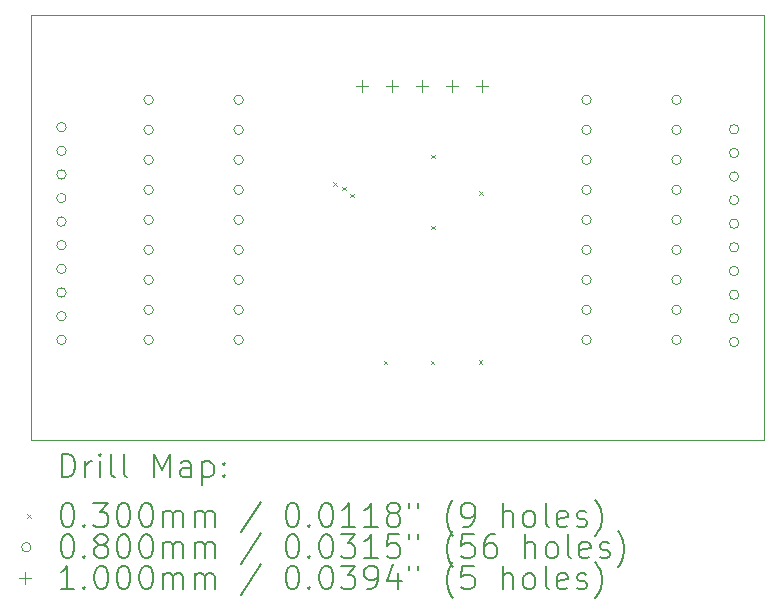
<source format=gbr>
%TF.GenerationSoftware,KiCad,Pcbnew,8.0.4*%
%TF.CreationDate,2024-10-03T18:09:18-05:00*%
%TF.ProjectId,Haptics PWM module,48617074-6963-4732-9050-574d206d6f64,rev?*%
%TF.SameCoordinates,Original*%
%TF.FileFunction,Drillmap*%
%TF.FilePolarity,Positive*%
%FSLAX45Y45*%
G04 Gerber Fmt 4.5, Leading zero omitted, Abs format (unit mm)*
G04 Created by KiCad (PCBNEW 8.0.4) date 2024-10-03 18:09:18*
%MOMM*%
%LPD*%
G01*
G04 APERTURE LIST*
%ADD10C,0.050000*%
%ADD11C,0.200000*%
%ADD12C,0.100000*%
G04 APERTURE END LIST*
D10*
X7000000Y-5300000D02*
X13200000Y-5300000D01*
X13200000Y-8900000D01*
X7000000Y-8900000D01*
X7000000Y-5300000D01*
D11*
D12*
X9555000Y-6715000D02*
X9585000Y-6745000D01*
X9585000Y-6715000D02*
X9555000Y-6745000D01*
X9630783Y-6755000D02*
X9660783Y-6785000D01*
X9660783Y-6755000D02*
X9630783Y-6785000D01*
X9700782Y-6815000D02*
X9730782Y-6845000D01*
X9730782Y-6815000D02*
X9700782Y-6845000D01*
X9985000Y-8227143D02*
X10015000Y-8257143D01*
X10015000Y-8227143D02*
X9985000Y-8257143D01*
X10382159Y-8227143D02*
X10412159Y-8257143D01*
X10412159Y-8227143D02*
X10382159Y-8257143D01*
X10385000Y-6485000D02*
X10415000Y-6515000D01*
X10415000Y-6485000D02*
X10385000Y-6515000D01*
X10385000Y-7085000D02*
X10415000Y-7115000D01*
X10415000Y-7085000D02*
X10385000Y-7115000D01*
X10786914Y-8223888D02*
X10816914Y-8253888D01*
X10816914Y-8223888D02*
X10786914Y-8253888D01*
X10790551Y-6790551D02*
X10820551Y-6820551D01*
X10820551Y-6790551D02*
X10790551Y-6820551D01*
X7295000Y-6250000D02*
G75*
G02*
X7215000Y-6250000I-40000J0D01*
G01*
X7215000Y-6250000D02*
G75*
G02*
X7295000Y-6250000I40000J0D01*
G01*
X7295000Y-6450000D02*
G75*
G02*
X7215000Y-6450000I-40000J0D01*
G01*
X7215000Y-6450000D02*
G75*
G02*
X7295000Y-6450000I40000J0D01*
G01*
X7295000Y-6650000D02*
G75*
G02*
X7215000Y-6650000I-40000J0D01*
G01*
X7215000Y-6650000D02*
G75*
G02*
X7295000Y-6650000I40000J0D01*
G01*
X7295000Y-6850000D02*
G75*
G02*
X7215000Y-6850000I-40000J0D01*
G01*
X7215000Y-6850000D02*
G75*
G02*
X7295000Y-6850000I40000J0D01*
G01*
X7295000Y-7050000D02*
G75*
G02*
X7215000Y-7050000I-40000J0D01*
G01*
X7215000Y-7050000D02*
G75*
G02*
X7295000Y-7050000I40000J0D01*
G01*
X7295000Y-7250000D02*
G75*
G02*
X7215000Y-7250000I-40000J0D01*
G01*
X7215000Y-7250000D02*
G75*
G02*
X7295000Y-7250000I40000J0D01*
G01*
X7295000Y-7450000D02*
G75*
G02*
X7215000Y-7450000I-40000J0D01*
G01*
X7215000Y-7450000D02*
G75*
G02*
X7295000Y-7450000I40000J0D01*
G01*
X7295000Y-7650000D02*
G75*
G02*
X7215000Y-7650000I-40000J0D01*
G01*
X7215000Y-7650000D02*
G75*
G02*
X7295000Y-7650000I40000J0D01*
G01*
X7295000Y-7850000D02*
G75*
G02*
X7215000Y-7850000I-40000J0D01*
G01*
X7215000Y-7850000D02*
G75*
G02*
X7295000Y-7850000I40000J0D01*
G01*
X7295000Y-8050000D02*
G75*
G02*
X7215000Y-8050000I-40000J0D01*
G01*
X7215000Y-8050000D02*
G75*
G02*
X7295000Y-8050000I40000J0D01*
G01*
X8033000Y-6018000D02*
G75*
G02*
X7953000Y-6018000I-40000J0D01*
G01*
X7953000Y-6018000D02*
G75*
G02*
X8033000Y-6018000I40000J0D01*
G01*
X8033000Y-6272000D02*
G75*
G02*
X7953000Y-6272000I-40000J0D01*
G01*
X7953000Y-6272000D02*
G75*
G02*
X8033000Y-6272000I40000J0D01*
G01*
X8033000Y-6526000D02*
G75*
G02*
X7953000Y-6526000I-40000J0D01*
G01*
X7953000Y-6526000D02*
G75*
G02*
X8033000Y-6526000I40000J0D01*
G01*
X8033000Y-6780000D02*
G75*
G02*
X7953000Y-6780000I-40000J0D01*
G01*
X7953000Y-6780000D02*
G75*
G02*
X8033000Y-6780000I40000J0D01*
G01*
X8033000Y-7034000D02*
G75*
G02*
X7953000Y-7034000I-40000J0D01*
G01*
X7953000Y-7034000D02*
G75*
G02*
X8033000Y-7034000I40000J0D01*
G01*
X8033000Y-7288000D02*
G75*
G02*
X7953000Y-7288000I-40000J0D01*
G01*
X7953000Y-7288000D02*
G75*
G02*
X8033000Y-7288000I40000J0D01*
G01*
X8033000Y-7542000D02*
G75*
G02*
X7953000Y-7542000I-40000J0D01*
G01*
X7953000Y-7542000D02*
G75*
G02*
X8033000Y-7542000I40000J0D01*
G01*
X8033000Y-7796000D02*
G75*
G02*
X7953000Y-7796000I-40000J0D01*
G01*
X7953000Y-7796000D02*
G75*
G02*
X8033000Y-7796000I40000J0D01*
G01*
X8033000Y-8050000D02*
G75*
G02*
X7953000Y-8050000I-40000J0D01*
G01*
X7953000Y-8050000D02*
G75*
G02*
X8033000Y-8050000I40000J0D01*
G01*
X8795000Y-6018000D02*
G75*
G02*
X8715000Y-6018000I-40000J0D01*
G01*
X8715000Y-6018000D02*
G75*
G02*
X8795000Y-6018000I40000J0D01*
G01*
X8795000Y-6272000D02*
G75*
G02*
X8715000Y-6272000I-40000J0D01*
G01*
X8715000Y-6272000D02*
G75*
G02*
X8795000Y-6272000I40000J0D01*
G01*
X8795000Y-6526000D02*
G75*
G02*
X8715000Y-6526000I-40000J0D01*
G01*
X8715000Y-6526000D02*
G75*
G02*
X8795000Y-6526000I40000J0D01*
G01*
X8795000Y-6780000D02*
G75*
G02*
X8715000Y-6780000I-40000J0D01*
G01*
X8715000Y-6780000D02*
G75*
G02*
X8795000Y-6780000I40000J0D01*
G01*
X8795000Y-7034000D02*
G75*
G02*
X8715000Y-7034000I-40000J0D01*
G01*
X8715000Y-7034000D02*
G75*
G02*
X8795000Y-7034000I40000J0D01*
G01*
X8795000Y-7288000D02*
G75*
G02*
X8715000Y-7288000I-40000J0D01*
G01*
X8715000Y-7288000D02*
G75*
G02*
X8795000Y-7288000I40000J0D01*
G01*
X8795000Y-7542000D02*
G75*
G02*
X8715000Y-7542000I-40000J0D01*
G01*
X8715000Y-7542000D02*
G75*
G02*
X8795000Y-7542000I40000J0D01*
G01*
X8795000Y-7796000D02*
G75*
G02*
X8715000Y-7796000I-40000J0D01*
G01*
X8715000Y-7796000D02*
G75*
G02*
X8795000Y-7796000I40000J0D01*
G01*
X8795000Y-8050000D02*
G75*
G02*
X8715000Y-8050000I-40000J0D01*
G01*
X8715000Y-8050000D02*
G75*
G02*
X8795000Y-8050000I40000J0D01*
G01*
X11740000Y-6018000D02*
G75*
G02*
X11660000Y-6018000I-40000J0D01*
G01*
X11660000Y-6018000D02*
G75*
G02*
X11740000Y-6018000I40000J0D01*
G01*
X11740000Y-6272000D02*
G75*
G02*
X11660000Y-6272000I-40000J0D01*
G01*
X11660000Y-6272000D02*
G75*
G02*
X11740000Y-6272000I40000J0D01*
G01*
X11740000Y-6526000D02*
G75*
G02*
X11660000Y-6526000I-40000J0D01*
G01*
X11660000Y-6526000D02*
G75*
G02*
X11740000Y-6526000I40000J0D01*
G01*
X11740000Y-6780000D02*
G75*
G02*
X11660000Y-6780000I-40000J0D01*
G01*
X11660000Y-6780000D02*
G75*
G02*
X11740000Y-6780000I40000J0D01*
G01*
X11740000Y-7034000D02*
G75*
G02*
X11660000Y-7034000I-40000J0D01*
G01*
X11660000Y-7034000D02*
G75*
G02*
X11740000Y-7034000I40000J0D01*
G01*
X11740000Y-7288000D02*
G75*
G02*
X11660000Y-7288000I-40000J0D01*
G01*
X11660000Y-7288000D02*
G75*
G02*
X11740000Y-7288000I40000J0D01*
G01*
X11740000Y-7542000D02*
G75*
G02*
X11660000Y-7542000I-40000J0D01*
G01*
X11660000Y-7542000D02*
G75*
G02*
X11740000Y-7542000I40000J0D01*
G01*
X11740000Y-7796000D02*
G75*
G02*
X11660000Y-7796000I-40000J0D01*
G01*
X11660000Y-7796000D02*
G75*
G02*
X11740000Y-7796000I40000J0D01*
G01*
X11740000Y-8050000D02*
G75*
G02*
X11660000Y-8050000I-40000J0D01*
G01*
X11660000Y-8050000D02*
G75*
G02*
X11740000Y-8050000I40000J0D01*
G01*
X12502000Y-6018000D02*
G75*
G02*
X12422000Y-6018000I-40000J0D01*
G01*
X12422000Y-6018000D02*
G75*
G02*
X12502000Y-6018000I40000J0D01*
G01*
X12502000Y-6272000D02*
G75*
G02*
X12422000Y-6272000I-40000J0D01*
G01*
X12422000Y-6272000D02*
G75*
G02*
X12502000Y-6272000I40000J0D01*
G01*
X12502000Y-6526000D02*
G75*
G02*
X12422000Y-6526000I-40000J0D01*
G01*
X12422000Y-6526000D02*
G75*
G02*
X12502000Y-6526000I40000J0D01*
G01*
X12502000Y-6780000D02*
G75*
G02*
X12422000Y-6780000I-40000J0D01*
G01*
X12422000Y-6780000D02*
G75*
G02*
X12502000Y-6780000I40000J0D01*
G01*
X12502000Y-7034000D02*
G75*
G02*
X12422000Y-7034000I-40000J0D01*
G01*
X12422000Y-7034000D02*
G75*
G02*
X12502000Y-7034000I40000J0D01*
G01*
X12502000Y-7288000D02*
G75*
G02*
X12422000Y-7288000I-40000J0D01*
G01*
X12422000Y-7288000D02*
G75*
G02*
X12502000Y-7288000I40000J0D01*
G01*
X12502000Y-7542000D02*
G75*
G02*
X12422000Y-7542000I-40000J0D01*
G01*
X12422000Y-7542000D02*
G75*
G02*
X12502000Y-7542000I40000J0D01*
G01*
X12502000Y-7796000D02*
G75*
G02*
X12422000Y-7796000I-40000J0D01*
G01*
X12422000Y-7796000D02*
G75*
G02*
X12502000Y-7796000I40000J0D01*
G01*
X12502000Y-8050000D02*
G75*
G02*
X12422000Y-8050000I-40000J0D01*
G01*
X12422000Y-8050000D02*
G75*
G02*
X12502000Y-8050000I40000J0D01*
G01*
X12990000Y-6268000D02*
G75*
G02*
X12910000Y-6268000I-40000J0D01*
G01*
X12910000Y-6268000D02*
G75*
G02*
X12990000Y-6268000I40000J0D01*
G01*
X12990000Y-6468000D02*
G75*
G02*
X12910000Y-6468000I-40000J0D01*
G01*
X12910000Y-6468000D02*
G75*
G02*
X12990000Y-6468000I40000J0D01*
G01*
X12990000Y-6668000D02*
G75*
G02*
X12910000Y-6668000I-40000J0D01*
G01*
X12910000Y-6668000D02*
G75*
G02*
X12990000Y-6668000I40000J0D01*
G01*
X12990000Y-6868000D02*
G75*
G02*
X12910000Y-6868000I-40000J0D01*
G01*
X12910000Y-6868000D02*
G75*
G02*
X12990000Y-6868000I40000J0D01*
G01*
X12990000Y-7068000D02*
G75*
G02*
X12910000Y-7068000I-40000J0D01*
G01*
X12910000Y-7068000D02*
G75*
G02*
X12990000Y-7068000I40000J0D01*
G01*
X12990000Y-7268000D02*
G75*
G02*
X12910000Y-7268000I-40000J0D01*
G01*
X12910000Y-7268000D02*
G75*
G02*
X12990000Y-7268000I40000J0D01*
G01*
X12990000Y-7468000D02*
G75*
G02*
X12910000Y-7468000I-40000J0D01*
G01*
X12910000Y-7468000D02*
G75*
G02*
X12990000Y-7468000I40000J0D01*
G01*
X12990000Y-7668000D02*
G75*
G02*
X12910000Y-7668000I-40000J0D01*
G01*
X12910000Y-7668000D02*
G75*
G02*
X12990000Y-7668000I40000J0D01*
G01*
X12990000Y-7868000D02*
G75*
G02*
X12910000Y-7868000I-40000J0D01*
G01*
X12910000Y-7868000D02*
G75*
G02*
X12990000Y-7868000I40000J0D01*
G01*
X12990000Y-8068000D02*
G75*
G02*
X12910000Y-8068000I-40000J0D01*
G01*
X12910000Y-8068000D02*
G75*
G02*
X12990000Y-8068000I40000J0D01*
G01*
X9800000Y-5850000D02*
X9800000Y-5950000D01*
X9750000Y-5900000D02*
X9850000Y-5900000D01*
X10054000Y-5850000D02*
X10054000Y-5950000D01*
X10004000Y-5900000D02*
X10104000Y-5900000D01*
X10308000Y-5850000D02*
X10308000Y-5950000D01*
X10258000Y-5900000D02*
X10358000Y-5900000D01*
X10562000Y-5850000D02*
X10562000Y-5950000D01*
X10512000Y-5900000D02*
X10612000Y-5900000D01*
X10816000Y-5850000D02*
X10816000Y-5950000D01*
X10766000Y-5900000D02*
X10866000Y-5900000D01*
D11*
X7258277Y-9213984D02*
X7258277Y-9013984D01*
X7258277Y-9013984D02*
X7305896Y-9013984D01*
X7305896Y-9013984D02*
X7334467Y-9023508D01*
X7334467Y-9023508D02*
X7353515Y-9042555D01*
X7353515Y-9042555D02*
X7363039Y-9061603D01*
X7363039Y-9061603D02*
X7372562Y-9099698D01*
X7372562Y-9099698D02*
X7372562Y-9128270D01*
X7372562Y-9128270D02*
X7363039Y-9166365D01*
X7363039Y-9166365D02*
X7353515Y-9185412D01*
X7353515Y-9185412D02*
X7334467Y-9204460D01*
X7334467Y-9204460D02*
X7305896Y-9213984D01*
X7305896Y-9213984D02*
X7258277Y-9213984D01*
X7458277Y-9213984D02*
X7458277Y-9080650D01*
X7458277Y-9118746D02*
X7467801Y-9099698D01*
X7467801Y-9099698D02*
X7477324Y-9090174D01*
X7477324Y-9090174D02*
X7496372Y-9080650D01*
X7496372Y-9080650D02*
X7515420Y-9080650D01*
X7582086Y-9213984D02*
X7582086Y-9080650D01*
X7582086Y-9013984D02*
X7572562Y-9023508D01*
X7572562Y-9023508D02*
X7582086Y-9033031D01*
X7582086Y-9033031D02*
X7591610Y-9023508D01*
X7591610Y-9023508D02*
X7582086Y-9013984D01*
X7582086Y-9013984D02*
X7582086Y-9033031D01*
X7705896Y-9213984D02*
X7686848Y-9204460D01*
X7686848Y-9204460D02*
X7677324Y-9185412D01*
X7677324Y-9185412D02*
X7677324Y-9013984D01*
X7810658Y-9213984D02*
X7791610Y-9204460D01*
X7791610Y-9204460D02*
X7782086Y-9185412D01*
X7782086Y-9185412D02*
X7782086Y-9013984D01*
X8039229Y-9213984D02*
X8039229Y-9013984D01*
X8039229Y-9013984D02*
X8105896Y-9156841D01*
X8105896Y-9156841D02*
X8172562Y-9013984D01*
X8172562Y-9013984D02*
X8172562Y-9213984D01*
X8353515Y-9213984D02*
X8353515Y-9109222D01*
X8353515Y-9109222D02*
X8343991Y-9090174D01*
X8343991Y-9090174D02*
X8324943Y-9080650D01*
X8324943Y-9080650D02*
X8286848Y-9080650D01*
X8286848Y-9080650D02*
X8267801Y-9090174D01*
X8353515Y-9204460D02*
X8334467Y-9213984D01*
X8334467Y-9213984D02*
X8286848Y-9213984D01*
X8286848Y-9213984D02*
X8267801Y-9204460D01*
X8267801Y-9204460D02*
X8258277Y-9185412D01*
X8258277Y-9185412D02*
X8258277Y-9166365D01*
X8258277Y-9166365D02*
X8267801Y-9147317D01*
X8267801Y-9147317D02*
X8286848Y-9137793D01*
X8286848Y-9137793D02*
X8334467Y-9137793D01*
X8334467Y-9137793D02*
X8353515Y-9128270D01*
X8448753Y-9080650D02*
X8448753Y-9280650D01*
X8448753Y-9090174D02*
X8467801Y-9080650D01*
X8467801Y-9080650D02*
X8505896Y-9080650D01*
X8505896Y-9080650D02*
X8524944Y-9090174D01*
X8524944Y-9090174D02*
X8534467Y-9099698D01*
X8534467Y-9099698D02*
X8543991Y-9118746D01*
X8543991Y-9118746D02*
X8543991Y-9175889D01*
X8543991Y-9175889D02*
X8534467Y-9194936D01*
X8534467Y-9194936D02*
X8524944Y-9204460D01*
X8524944Y-9204460D02*
X8505896Y-9213984D01*
X8505896Y-9213984D02*
X8467801Y-9213984D01*
X8467801Y-9213984D02*
X8448753Y-9204460D01*
X8629705Y-9194936D02*
X8639229Y-9204460D01*
X8639229Y-9204460D02*
X8629705Y-9213984D01*
X8629705Y-9213984D02*
X8620182Y-9204460D01*
X8620182Y-9204460D02*
X8629705Y-9194936D01*
X8629705Y-9194936D02*
X8629705Y-9213984D01*
X8629705Y-9090174D02*
X8639229Y-9099698D01*
X8639229Y-9099698D02*
X8629705Y-9109222D01*
X8629705Y-9109222D02*
X8620182Y-9099698D01*
X8620182Y-9099698D02*
X8629705Y-9090174D01*
X8629705Y-9090174D02*
X8629705Y-9109222D01*
D12*
X6967500Y-9527500D02*
X6997500Y-9557500D01*
X6997500Y-9527500D02*
X6967500Y-9557500D01*
D11*
X7296372Y-9433984D02*
X7315420Y-9433984D01*
X7315420Y-9433984D02*
X7334467Y-9443508D01*
X7334467Y-9443508D02*
X7343991Y-9453031D01*
X7343991Y-9453031D02*
X7353515Y-9472079D01*
X7353515Y-9472079D02*
X7363039Y-9510174D01*
X7363039Y-9510174D02*
X7363039Y-9557793D01*
X7363039Y-9557793D02*
X7353515Y-9595889D01*
X7353515Y-9595889D02*
X7343991Y-9614936D01*
X7343991Y-9614936D02*
X7334467Y-9624460D01*
X7334467Y-9624460D02*
X7315420Y-9633984D01*
X7315420Y-9633984D02*
X7296372Y-9633984D01*
X7296372Y-9633984D02*
X7277324Y-9624460D01*
X7277324Y-9624460D02*
X7267801Y-9614936D01*
X7267801Y-9614936D02*
X7258277Y-9595889D01*
X7258277Y-9595889D02*
X7248753Y-9557793D01*
X7248753Y-9557793D02*
X7248753Y-9510174D01*
X7248753Y-9510174D02*
X7258277Y-9472079D01*
X7258277Y-9472079D02*
X7267801Y-9453031D01*
X7267801Y-9453031D02*
X7277324Y-9443508D01*
X7277324Y-9443508D02*
X7296372Y-9433984D01*
X7448753Y-9614936D02*
X7458277Y-9624460D01*
X7458277Y-9624460D02*
X7448753Y-9633984D01*
X7448753Y-9633984D02*
X7439229Y-9624460D01*
X7439229Y-9624460D02*
X7448753Y-9614936D01*
X7448753Y-9614936D02*
X7448753Y-9633984D01*
X7524943Y-9433984D02*
X7648753Y-9433984D01*
X7648753Y-9433984D02*
X7582086Y-9510174D01*
X7582086Y-9510174D02*
X7610658Y-9510174D01*
X7610658Y-9510174D02*
X7629705Y-9519698D01*
X7629705Y-9519698D02*
X7639229Y-9529222D01*
X7639229Y-9529222D02*
X7648753Y-9548270D01*
X7648753Y-9548270D02*
X7648753Y-9595889D01*
X7648753Y-9595889D02*
X7639229Y-9614936D01*
X7639229Y-9614936D02*
X7629705Y-9624460D01*
X7629705Y-9624460D02*
X7610658Y-9633984D01*
X7610658Y-9633984D02*
X7553515Y-9633984D01*
X7553515Y-9633984D02*
X7534467Y-9624460D01*
X7534467Y-9624460D02*
X7524943Y-9614936D01*
X7772562Y-9433984D02*
X7791610Y-9433984D01*
X7791610Y-9433984D02*
X7810658Y-9443508D01*
X7810658Y-9443508D02*
X7820182Y-9453031D01*
X7820182Y-9453031D02*
X7829705Y-9472079D01*
X7829705Y-9472079D02*
X7839229Y-9510174D01*
X7839229Y-9510174D02*
X7839229Y-9557793D01*
X7839229Y-9557793D02*
X7829705Y-9595889D01*
X7829705Y-9595889D02*
X7820182Y-9614936D01*
X7820182Y-9614936D02*
X7810658Y-9624460D01*
X7810658Y-9624460D02*
X7791610Y-9633984D01*
X7791610Y-9633984D02*
X7772562Y-9633984D01*
X7772562Y-9633984D02*
X7753515Y-9624460D01*
X7753515Y-9624460D02*
X7743991Y-9614936D01*
X7743991Y-9614936D02*
X7734467Y-9595889D01*
X7734467Y-9595889D02*
X7724943Y-9557793D01*
X7724943Y-9557793D02*
X7724943Y-9510174D01*
X7724943Y-9510174D02*
X7734467Y-9472079D01*
X7734467Y-9472079D02*
X7743991Y-9453031D01*
X7743991Y-9453031D02*
X7753515Y-9443508D01*
X7753515Y-9443508D02*
X7772562Y-9433984D01*
X7963039Y-9433984D02*
X7982086Y-9433984D01*
X7982086Y-9433984D02*
X8001134Y-9443508D01*
X8001134Y-9443508D02*
X8010658Y-9453031D01*
X8010658Y-9453031D02*
X8020182Y-9472079D01*
X8020182Y-9472079D02*
X8029705Y-9510174D01*
X8029705Y-9510174D02*
X8029705Y-9557793D01*
X8029705Y-9557793D02*
X8020182Y-9595889D01*
X8020182Y-9595889D02*
X8010658Y-9614936D01*
X8010658Y-9614936D02*
X8001134Y-9624460D01*
X8001134Y-9624460D02*
X7982086Y-9633984D01*
X7982086Y-9633984D02*
X7963039Y-9633984D01*
X7963039Y-9633984D02*
X7943991Y-9624460D01*
X7943991Y-9624460D02*
X7934467Y-9614936D01*
X7934467Y-9614936D02*
X7924943Y-9595889D01*
X7924943Y-9595889D02*
X7915420Y-9557793D01*
X7915420Y-9557793D02*
X7915420Y-9510174D01*
X7915420Y-9510174D02*
X7924943Y-9472079D01*
X7924943Y-9472079D02*
X7934467Y-9453031D01*
X7934467Y-9453031D02*
X7943991Y-9443508D01*
X7943991Y-9443508D02*
X7963039Y-9433984D01*
X8115420Y-9633984D02*
X8115420Y-9500650D01*
X8115420Y-9519698D02*
X8124943Y-9510174D01*
X8124943Y-9510174D02*
X8143991Y-9500650D01*
X8143991Y-9500650D02*
X8172563Y-9500650D01*
X8172563Y-9500650D02*
X8191610Y-9510174D01*
X8191610Y-9510174D02*
X8201134Y-9529222D01*
X8201134Y-9529222D02*
X8201134Y-9633984D01*
X8201134Y-9529222D02*
X8210658Y-9510174D01*
X8210658Y-9510174D02*
X8229705Y-9500650D01*
X8229705Y-9500650D02*
X8258277Y-9500650D01*
X8258277Y-9500650D02*
X8277324Y-9510174D01*
X8277324Y-9510174D02*
X8286848Y-9529222D01*
X8286848Y-9529222D02*
X8286848Y-9633984D01*
X8382086Y-9633984D02*
X8382086Y-9500650D01*
X8382086Y-9519698D02*
X8391610Y-9510174D01*
X8391610Y-9510174D02*
X8410658Y-9500650D01*
X8410658Y-9500650D02*
X8439229Y-9500650D01*
X8439229Y-9500650D02*
X8458277Y-9510174D01*
X8458277Y-9510174D02*
X8467801Y-9529222D01*
X8467801Y-9529222D02*
X8467801Y-9633984D01*
X8467801Y-9529222D02*
X8477325Y-9510174D01*
X8477325Y-9510174D02*
X8496372Y-9500650D01*
X8496372Y-9500650D02*
X8524944Y-9500650D01*
X8524944Y-9500650D02*
X8543991Y-9510174D01*
X8543991Y-9510174D02*
X8553515Y-9529222D01*
X8553515Y-9529222D02*
X8553515Y-9633984D01*
X8943991Y-9424460D02*
X8772563Y-9681603D01*
X9201134Y-9433984D02*
X9220182Y-9433984D01*
X9220182Y-9433984D02*
X9239229Y-9443508D01*
X9239229Y-9443508D02*
X9248753Y-9453031D01*
X9248753Y-9453031D02*
X9258277Y-9472079D01*
X9258277Y-9472079D02*
X9267801Y-9510174D01*
X9267801Y-9510174D02*
X9267801Y-9557793D01*
X9267801Y-9557793D02*
X9258277Y-9595889D01*
X9258277Y-9595889D02*
X9248753Y-9614936D01*
X9248753Y-9614936D02*
X9239229Y-9624460D01*
X9239229Y-9624460D02*
X9220182Y-9633984D01*
X9220182Y-9633984D02*
X9201134Y-9633984D01*
X9201134Y-9633984D02*
X9182087Y-9624460D01*
X9182087Y-9624460D02*
X9172563Y-9614936D01*
X9172563Y-9614936D02*
X9163039Y-9595889D01*
X9163039Y-9595889D02*
X9153515Y-9557793D01*
X9153515Y-9557793D02*
X9153515Y-9510174D01*
X9153515Y-9510174D02*
X9163039Y-9472079D01*
X9163039Y-9472079D02*
X9172563Y-9453031D01*
X9172563Y-9453031D02*
X9182087Y-9443508D01*
X9182087Y-9443508D02*
X9201134Y-9433984D01*
X9353515Y-9614936D02*
X9363039Y-9624460D01*
X9363039Y-9624460D02*
X9353515Y-9633984D01*
X9353515Y-9633984D02*
X9343991Y-9624460D01*
X9343991Y-9624460D02*
X9353515Y-9614936D01*
X9353515Y-9614936D02*
X9353515Y-9633984D01*
X9486848Y-9433984D02*
X9505896Y-9433984D01*
X9505896Y-9433984D02*
X9524944Y-9443508D01*
X9524944Y-9443508D02*
X9534468Y-9453031D01*
X9534468Y-9453031D02*
X9543991Y-9472079D01*
X9543991Y-9472079D02*
X9553515Y-9510174D01*
X9553515Y-9510174D02*
X9553515Y-9557793D01*
X9553515Y-9557793D02*
X9543991Y-9595889D01*
X9543991Y-9595889D02*
X9534468Y-9614936D01*
X9534468Y-9614936D02*
X9524944Y-9624460D01*
X9524944Y-9624460D02*
X9505896Y-9633984D01*
X9505896Y-9633984D02*
X9486848Y-9633984D01*
X9486848Y-9633984D02*
X9467801Y-9624460D01*
X9467801Y-9624460D02*
X9458277Y-9614936D01*
X9458277Y-9614936D02*
X9448753Y-9595889D01*
X9448753Y-9595889D02*
X9439229Y-9557793D01*
X9439229Y-9557793D02*
X9439229Y-9510174D01*
X9439229Y-9510174D02*
X9448753Y-9472079D01*
X9448753Y-9472079D02*
X9458277Y-9453031D01*
X9458277Y-9453031D02*
X9467801Y-9443508D01*
X9467801Y-9443508D02*
X9486848Y-9433984D01*
X9743991Y-9633984D02*
X9629706Y-9633984D01*
X9686848Y-9633984D02*
X9686848Y-9433984D01*
X9686848Y-9433984D02*
X9667801Y-9462555D01*
X9667801Y-9462555D02*
X9648753Y-9481603D01*
X9648753Y-9481603D02*
X9629706Y-9491127D01*
X9934468Y-9633984D02*
X9820182Y-9633984D01*
X9877325Y-9633984D02*
X9877325Y-9433984D01*
X9877325Y-9433984D02*
X9858277Y-9462555D01*
X9858277Y-9462555D02*
X9839229Y-9481603D01*
X9839229Y-9481603D02*
X9820182Y-9491127D01*
X10048753Y-9519698D02*
X10029706Y-9510174D01*
X10029706Y-9510174D02*
X10020182Y-9500650D01*
X10020182Y-9500650D02*
X10010658Y-9481603D01*
X10010658Y-9481603D02*
X10010658Y-9472079D01*
X10010658Y-9472079D02*
X10020182Y-9453031D01*
X10020182Y-9453031D02*
X10029706Y-9443508D01*
X10029706Y-9443508D02*
X10048753Y-9433984D01*
X10048753Y-9433984D02*
X10086849Y-9433984D01*
X10086849Y-9433984D02*
X10105896Y-9443508D01*
X10105896Y-9443508D02*
X10115420Y-9453031D01*
X10115420Y-9453031D02*
X10124944Y-9472079D01*
X10124944Y-9472079D02*
X10124944Y-9481603D01*
X10124944Y-9481603D02*
X10115420Y-9500650D01*
X10115420Y-9500650D02*
X10105896Y-9510174D01*
X10105896Y-9510174D02*
X10086849Y-9519698D01*
X10086849Y-9519698D02*
X10048753Y-9519698D01*
X10048753Y-9519698D02*
X10029706Y-9529222D01*
X10029706Y-9529222D02*
X10020182Y-9538746D01*
X10020182Y-9538746D02*
X10010658Y-9557793D01*
X10010658Y-9557793D02*
X10010658Y-9595889D01*
X10010658Y-9595889D02*
X10020182Y-9614936D01*
X10020182Y-9614936D02*
X10029706Y-9624460D01*
X10029706Y-9624460D02*
X10048753Y-9633984D01*
X10048753Y-9633984D02*
X10086849Y-9633984D01*
X10086849Y-9633984D02*
X10105896Y-9624460D01*
X10105896Y-9624460D02*
X10115420Y-9614936D01*
X10115420Y-9614936D02*
X10124944Y-9595889D01*
X10124944Y-9595889D02*
X10124944Y-9557793D01*
X10124944Y-9557793D02*
X10115420Y-9538746D01*
X10115420Y-9538746D02*
X10105896Y-9529222D01*
X10105896Y-9529222D02*
X10086849Y-9519698D01*
X10201134Y-9433984D02*
X10201134Y-9472079D01*
X10277325Y-9433984D02*
X10277325Y-9472079D01*
X10572563Y-9710174D02*
X10563039Y-9700650D01*
X10563039Y-9700650D02*
X10543991Y-9672079D01*
X10543991Y-9672079D02*
X10534468Y-9653031D01*
X10534468Y-9653031D02*
X10524944Y-9624460D01*
X10524944Y-9624460D02*
X10515420Y-9576841D01*
X10515420Y-9576841D02*
X10515420Y-9538746D01*
X10515420Y-9538746D02*
X10524944Y-9491127D01*
X10524944Y-9491127D02*
X10534468Y-9462555D01*
X10534468Y-9462555D02*
X10543991Y-9443508D01*
X10543991Y-9443508D02*
X10563039Y-9414936D01*
X10563039Y-9414936D02*
X10572563Y-9405412D01*
X10658277Y-9633984D02*
X10696372Y-9633984D01*
X10696372Y-9633984D02*
X10715420Y-9624460D01*
X10715420Y-9624460D02*
X10724944Y-9614936D01*
X10724944Y-9614936D02*
X10743991Y-9586365D01*
X10743991Y-9586365D02*
X10753515Y-9548270D01*
X10753515Y-9548270D02*
X10753515Y-9472079D01*
X10753515Y-9472079D02*
X10743991Y-9453031D01*
X10743991Y-9453031D02*
X10734468Y-9443508D01*
X10734468Y-9443508D02*
X10715420Y-9433984D01*
X10715420Y-9433984D02*
X10677325Y-9433984D01*
X10677325Y-9433984D02*
X10658277Y-9443508D01*
X10658277Y-9443508D02*
X10648753Y-9453031D01*
X10648753Y-9453031D02*
X10639230Y-9472079D01*
X10639230Y-9472079D02*
X10639230Y-9519698D01*
X10639230Y-9519698D02*
X10648753Y-9538746D01*
X10648753Y-9538746D02*
X10658277Y-9548270D01*
X10658277Y-9548270D02*
X10677325Y-9557793D01*
X10677325Y-9557793D02*
X10715420Y-9557793D01*
X10715420Y-9557793D02*
X10734468Y-9548270D01*
X10734468Y-9548270D02*
X10743991Y-9538746D01*
X10743991Y-9538746D02*
X10753515Y-9519698D01*
X10991611Y-9633984D02*
X10991611Y-9433984D01*
X11077325Y-9633984D02*
X11077325Y-9529222D01*
X11077325Y-9529222D02*
X11067801Y-9510174D01*
X11067801Y-9510174D02*
X11048753Y-9500650D01*
X11048753Y-9500650D02*
X11020182Y-9500650D01*
X11020182Y-9500650D02*
X11001134Y-9510174D01*
X11001134Y-9510174D02*
X10991611Y-9519698D01*
X11201134Y-9633984D02*
X11182087Y-9624460D01*
X11182087Y-9624460D02*
X11172563Y-9614936D01*
X11172563Y-9614936D02*
X11163039Y-9595889D01*
X11163039Y-9595889D02*
X11163039Y-9538746D01*
X11163039Y-9538746D02*
X11172563Y-9519698D01*
X11172563Y-9519698D02*
X11182087Y-9510174D01*
X11182087Y-9510174D02*
X11201134Y-9500650D01*
X11201134Y-9500650D02*
X11229706Y-9500650D01*
X11229706Y-9500650D02*
X11248753Y-9510174D01*
X11248753Y-9510174D02*
X11258277Y-9519698D01*
X11258277Y-9519698D02*
X11267801Y-9538746D01*
X11267801Y-9538746D02*
X11267801Y-9595889D01*
X11267801Y-9595889D02*
X11258277Y-9614936D01*
X11258277Y-9614936D02*
X11248753Y-9624460D01*
X11248753Y-9624460D02*
X11229706Y-9633984D01*
X11229706Y-9633984D02*
X11201134Y-9633984D01*
X11382087Y-9633984D02*
X11363039Y-9624460D01*
X11363039Y-9624460D02*
X11353515Y-9605412D01*
X11353515Y-9605412D02*
X11353515Y-9433984D01*
X11534468Y-9624460D02*
X11515420Y-9633984D01*
X11515420Y-9633984D02*
X11477325Y-9633984D01*
X11477325Y-9633984D02*
X11458277Y-9624460D01*
X11458277Y-9624460D02*
X11448753Y-9605412D01*
X11448753Y-9605412D02*
X11448753Y-9529222D01*
X11448753Y-9529222D02*
X11458277Y-9510174D01*
X11458277Y-9510174D02*
X11477325Y-9500650D01*
X11477325Y-9500650D02*
X11515420Y-9500650D01*
X11515420Y-9500650D02*
X11534468Y-9510174D01*
X11534468Y-9510174D02*
X11543991Y-9529222D01*
X11543991Y-9529222D02*
X11543991Y-9548270D01*
X11543991Y-9548270D02*
X11448753Y-9567317D01*
X11620182Y-9624460D02*
X11639230Y-9633984D01*
X11639230Y-9633984D02*
X11677325Y-9633984D01*
X11677325Y-9633984D02*
X11696372Y-9624460D01*
X11696372Y-9624460D02*
X11705896Y-9605412D01*
X11705896Y-9605412D02*
X11705896Y-9595889D01*
X11705896Y-9595889D02*
X11696372Y-9576841D01*
X11696372Y-9576841D02*
X11677325Y-9567317D01*
X11677325Y-9567317D02*
X11648753Y-9567317D01*
X11648753Y-9567317D02*
X11629706Y-9557793D01*
X11629706Y-9557793D02*
X11620182Y-9538746D01*
X11620182Y-9538746D02*
X11620182Y-9529222D01*
X11620182Y-9529222D02*
X11629706Y-9510174D01*
X11629706Y-9510174D02*
X11648753Y-9500650D01*
X11648753Y-9500650D02*
X11677325Y-9500650D01*
X11677325Y-9500650D02*
X11696372Y-9510174D01*
X11772563Y-9710174D02*
X11782087Y-9700650D01*
X11782087Y-9700650D02*
X11801134Y-9672079D01*
X11801134Y-9672079D02*
X11810658Y-9653031D01*
X11810658Y-9653031D02*
X11820182Y-9624460D01*
X11820182Y-9624460D02*
X11829706Y-9576841D01*
X11829706Y-9576841D02*
X11829706Y-9538746D01*
X11829706Y-9538746D02*
X11820182Y-9491127D01*
X11820182Y-9491127D02*
X11810658Y-9462555D01*
X11810658Y-9462555D02*
X11801134Y-9443508D01*
X11801134Y-9443508D02*
X11782087Y-9414936D01*
X11782087Y-9414936D02*
X11772563Y-9405412D01*
D12*
X6997500Y-9806500D02*
G75*
G02*
X6917500Y-9806500I-40000J0D01*
G01*
X6917500Y-9806500D02*
G75*
G02*
X6997500Y-9806500I40000J0D01*
G01*
D11*
X7296372Y-9697984D02*
X7315420Y-9697984D01*
X7315420Y-9697984D02*
X7334467Y-9707508D01*
X7334467Y-9707508D02*
X7343991Y-9717031D01*
X7343991Y-9717031D02*
X7353515Y-9736079D01*
X7353515Y-9736079D02*
X7363039Y-9774174D01*
X7363039Y-9774174D02*
X7363039Y-9821793D01*
X7363039Y-9821793D02*
X7353515Y-9859889D01*
X7353515Y-9859889D02*
X7343991Y-9878936D01*
X7343991Y-9878936D02*
X7334467Y-9888460D01*
X7334467Y-9888460D02*
X7315420Y-9897984D01*
X7315420Y-9897984D02*
X7296372Y-9897984D01*
X7296372Y-9897984D02*
X7277324Y-9888460D01*
X7277324Y-9888460D02*
X7267801Y-9878936D01*
X7267801Y-9878936D02*
X7258277Y-9859889D01*
X7258277Y-9859889D02*
X7248753Y-9821793D01*
X7248753Y-9821793D02*
X7248753Y-9774174D01*
X7248753Y-9774174D02*
X7258277Y-9736079D01*
X7258277Y-9736079D02*
X7267801Y-9717031D01*
X7267801Y-9717031D02*
X7277324Y-9707508D01*
X7277324Y-9707508D02*
X7296372Y-9697984D01*
X7448753Y-9878936D02*
X7458277Y-9888460D01*
X7458277Y-9888460D02*
X7448753Y-9897984D01*
X7448753Y-9897984D02*
X7439229Y-9888460D01*
X7439229Y-9888460D02*
X7448753Y-9878936D01*
X7448753Y-9878936D02*
X7448753Y-9897984D01*
X7572562Y-9783698D02*
X7553515Y-9774174D01*
X7553515Y-9774174D02*
X7543991Y-9764650D01*
X7543991Y-9764650D02*
X7534467Y-9745603D01*
X7534467Y-9745603D02*
X7534467Y-9736079D01*
X7534467Y-9736079D02*
X7543991Y-9717031D01*
X7543991Y-9717031D02*
X7553515Y-9707508D01*
X7553515Y-9707508D02*
X7572562Y-9697984D01*
X7572562Y-9697984D02*
X7610658Y-9697984D01*
X7610658Y-9697984D02*
X7629705Y-9707508D01*
X7629705Y-9707508D02*
X7639229Y-9717031D01*
X7639229Y-9717031D02*
X7648753Y-9736079D01*
X7648753Y-9736079D02*
X7648753Y-9745603D01*
X7648753Y-9745603D02*
X7639229Y-9764650D01*
X7639229Y-9764650D02*
X7629705Y-9774174D01*
X7629705Y-9774174D02*
X7610658Y-9783698D01*
X7610658Y-9783698D02*
X7572562Y-9783698D01*
X7572562Y-9783698D02*
X7553515Y-9793222D01*
X7553515Y-9793222D02*
X7543991Y-9802746D01*
X7543991Y-9802746D02*
X7534467Y-9821793D01*
X7534467Y-9821793D02*
X7534467Y-9859889D01*
X7534467Y-9859889D02*
X7543991Y-9878936D01*
X7543991Y-9878936D02*
X7553515Y-9888460D01*
X7553515Y-9888460D02*
X7572562Y-9897984D01*
X7572562Y-9897984D02*
X7610658Y-9897984D01*
X7610658Y-9897984D02*
X7629705Y-9888460D01*
X7629705Y-9888460D02*
X7639229Y-9878936D01*
X7639229Y-9878936D02*
X7648753Y-9859889D01*
X7648753Y-9859889D02*
X7648753Y-9821793D01*
X7648753Y-9821793D02*
X7639229Y-9802746D01*
X7639229Y-9802746D02*
X7629705Y-9793222D01*
X7629705Y-9793222D02*
X7610658Y-9783698D01*
X7772562Y-9697984D02*
X7791610Y-9697984D01*
X7791610Y-9697984D02*
X7810658Y-9707508D01*
X7810658Y-9707508D02*
X7820182Y-9717031D01*
X7820182Y-9717031D02*
X7829705Y-9736079D01*
X7829705Y-9736079D02*
X7839229Y-9774174D01*
X7839229Y-9774174D02*
X7839229Y-9821793D01*
X7839229Y-9821793D02*
X7829705Y-9859889D01*
X7829705Y-9859889D02*
X7820182Y-9878936D01*
X7820182Y-9878936D02*
X7810658Y-9888460D01*
X7810658Y-9888460D02*
X7791610Y-9897984D01*
X7791610Y-9897984D02*
X7772562Y-9897984D01*
X7772562Y-9897984D02*
X7753515Y-9888460D01*
X7753515Y-9888460D02*
X7743991Y-9878936D01*
X7743991Y-9878936D02*
X7734467Y-9859889D01*
X7734467Y-9859889D02*
X7724943Y-9821793D01*
X7724943Y-9821793D02*
X7724943Y-9774174D01*
X7724943Y-9774174D02*
X7734467Y-9736079D01*
X7734467Y-9736079D02*
X7743991Y-9717031D01*
X7743991Y-9717031D02*
X7753515Y-9707508D01*
X7753515Y-9707508D02*
X7772562Y-9697984D01*
X7963039Y-9697984D02*
X7982086Y-9697984D01*
X7982086Y-9697984D02*
X8001134Y-9707508D01*
X8001134Y-9707508D02*
X8010658Y-9717031D01*
X8010658Y-9717031D02*
X8020182Y-9736079D01*
X8020182Y-9736079D02*
X8029705Y-9774174D01*
X8029705Y-9774174D02*
X8029705Y-9821793D01*
X8029705Y-9821793D02*
X8020182Y-9859889D01*
X8020182Y-9859889D02*
X8010658Y-9878936D01*
X8010658Y-9878936D02*
X8001134Y-9888460D01*
X8001134Y-9888460D02*
X7982086Y-9897984D01*
X7982086Y-9897984D02*
X7963039Y-9897984D01*
X7963039Y-9897984D02*
X7943991Y-9888460D01*
X7943991Y-9888460D02*
X7934467Y-9878936D01*
X7934467Y-9878936D02*
X7924943Y-9859889D01*
X7924943Y-9859889D02*
X7915420Y-9821793D01*
X7915420Y-9821793D02*
X7915420Y-9774174D01*
X7915420Y-9774174D02*
X7924943Y-9736079D01*
X7924943Y-9736079D02*
X7934467Y-9717031D01*
X7934467Y-9717031D02*
X7943991Y-9707508D01*
X7943991Y-9707508D02*
X7963039Y-9697984D01*
X8115420Y-9897984D02*
X8115420Y-9764650D01*
X8115420Y-9783698D02*
X8124943Y-9774174D01*
X8124943Y-9774174D02*
X8143991Y-9764650D01*
X8143991Y-9764650D02*
X8172563Y-9764650D01*
X8172563Y-9764650D02*
X8191610Y-9774174D01*
X8191610Y-9774174D02*
X8201134Y-9793222D01*
X8201134Y-9793222D02*
X8201134Y-9897984D01*
X8201134Y-9793222D02*
X8210658Y-9774174D01*
X8210658Y-9774174D02*
X8229705Y-9764650D01*
X8229705Y-9764650D02*
X8258277Y-9764650D01*
X8258277Y-9764650D02*
X8277324Y-9774174D01*
X8277324Y-9774174D02*
X8286848Y-9793222D01*
X8286848Y-9793222D02*
X8286848Y-9897984D01*
X8382086Y-9897984D02*
X8382086Y-9764650D01*
X8382086Y-9783698D02*
X8391610Y-9774174D01*
X8391610Y-9774174D02*
X8410658Y-9764650D01*
X8410658Y-9764650D02*
X8439229Y-9764650D01*
X8439229Y-9764650D02*
X8458277Y-9774174D01*
X8458277Y-9774174D02*
X8467801Y-9793222D01*
X8467801Y-9793222D02*
X8467801Y-9897984D01*
X8467801Y-9793222D02*
X8477325Y-9774174D01*
X8477325Y-9774174D02*
X8496372Y-9764650D01*
X8496372Y-9764650D02*
X8524944Y-9764650D01*
X8524944Y-9764650D02*
X8543991Y-9774174D01*
X8543991Y-9774174D02*
X8553515Y-9793222D01*
X8553515Y-9793222D02*
X8553515Y-9897984D01*
X8943991Y-9688460D02*
X8772563Y-9945603D01*
X9201134Y-9697984D02*
X9220182Y-9697984D01*
X9220182Y-9697984D02*
X9239229Y-9707508D01*
X9239229Y-9707508D02*
X9248753Y-9717031D01*
X9248753Y-9717031D02*
X9258277Y-9736079D01*
X9258277Y-9736079D02*
X9267801Y-9774174D01*
X9267801Y-9774174D02*
X9267801Y-9821793D01*
X9267801Y-9821793D02*
X9258277Y-9859889D01*
X9258277Y-9859889D02*
X9248753Y-9878936D01*
X9248753Y-9878936D02*
X9239229Y-9888460D01*
X9239229Y-9888460D02*
X9220182Y-9897984D01*
X9220182Y-9897984D02*
X9201134Y-9897984D01*
X9201134Y-9897984D02*
X9182087Y-9888460D01*
X9182087Y-9888460D02*
X9172563Y-9878936D01*
X9172563Y-9878936D02*
X9163039Y-9859889D01*
X9163039Y-9859889D02*
X9153515Y-9821793D01*
X9153515Y-9821793D02*
X9153515Y-9774174D01*
X9153515Y-9774174D02*
X9163039Y-9736079D01*
X9163039Y-9736079D02*
X9172563Y-9717031D01*
X9172563Y-9717031D02*
X9182087Y-9707508D01*
X9182087Y-9707508D02*
X9201134Y-9697984D01*
X9353515Y-9878936D02*
X9363039Y-9888460D01*
X9363039Y-9888460D02*
X9353515Y-9897984D01*
X9353515Y-9897984D02*
X9343991Y-9888460D01*
X9343991Y-9888460D02*
X9353515Y-9878936D01*
X9353515Y-9878936D02*
X9353515Y-9897984D01*
X9486848Y-9697984D02*
X9505896Y-9697984D01*
X9505896Y-9697984D02*
X9524944Y-9707508D01*
X9524944Y-9707508D02*
X9534468Y-9717031D01*
X9534468Y-9717031D02*
X9543991Y-9736079D01*
X9543991Y-9736079D02*
X9553515Y-9774174D01*
X9553515Y-9774174D02*
X9553515Y-9821793D01*
X9553515Y-9821793D02*
X9543991Y-9859889D01*
X9543991Y-9859889D02*
X9534468Y-9878936D01*
X9534468Y-9878936D02*
X9524944Y-9888460D01*
X9524944Y-9888460D02*
X9505896Y-9897984D01*
X9505896Y-9897984D02*
X9486848Y-9897984D01*
X9486848Y-9897984D02*
X9467801Y-9888460D01*
X9467801Y-9888460D02*
X9458277Y-9878936D01*
X9458277Y-9878936D02*
X9448753Y-9859889D01*
X9448753Y-9859889D02*
X9439229Y-9821793D01*
X9439229Y-9821793D02*
X9439229Y-9774174D01*
X9439229Y-9774174D02*
X9448753Y-9736079D01*
X9448753Y-9736079D02*
X9458277Y-9717031D01*
X9458277Y-9717031D02*
X9467801Y-9707508D01*
X9467801Y-9707508D02*
X9486848Y-9697984D01*
X9620182Y-9697984D02*
X9743991Y-9697984D01*
X9743991Y-9697984D02*
X9677325Y-9774174D01*
X9677325Y-9774174D02*
X9705896Y-9774174D01*
X9705896Y-9774174D02*
X9724944Y-9783698D01*
X9724944Y-9783698D02*
X9734468Y-9793222D01*
X9734468Y-9793222D02*
X9743991Y-9812270D01*
X9743991Y-9812270D02*
X9743991Y-9859889D01*
X9743991Y-9859889D02*
X9734468Y-9878936D01*
X9734468Y-9878936D02*
X9724944Y-9888460D01*
X9724944Y-9888460D02*
X9705896Y-9897984D01*
X9705896Y-9897984D02*
X9648753Y-9897984D01*
X9648753Y-9897984D02*
X9629706Y-9888460D01*
X9629706Y-9888460D02*
X9620182Y-9878936D01*
X9934468Y-9897984D02*
X9820182Y-9897984D01*
X9877325Y-9897984D02*
X9877325Y-9697984D01*
X9877325Y-9697984D02*
X9858277Y-9726555D01*
X9858277Y-9726555D02*
X9839229Y-9745603D01*
X9839229Y-9745603D02*
X9820182Y-9755127D01*
X10115420Y-9697984D02*
X10020182Y-9697984D01*
X10020182Y-9697984D02*
X10010658Y-9793222D01*
X10010658Y-9793222D02*
X10020182Y-9783698D01*
X10020182Y-9783698D02*
X10039229Y-9774174D01*
X10039229Y-9774174D02*
X10086849Y-9774174D01*
X10086849Y-9774174D02*
X10105896Y-9783698D01*
X10105896Y-9783698D02*
X10115420Y-9793222D01*
X10115420Y-9793222D02*
X10124944Y-9812270D01*
X10124944Y-9812270D02*
X10124944Y-9859889D01*
X10124944Y-9859889D02*
X10115420Y-9878936D01*
X10115420Y-9878936D02*
X10105896Y-9888460D01*
X10105896Y-9888460D02*
X10086849Y-9897984D01*
X10086849Y-9897984D02*
X10039229Y-9897984D01*
X10039229Y-9897984D02*
X10020182Y-9888460D01*
X10020182Y-9888460D02*
X10010658Y-9878936D01*
X10201134Y-9697984D02*
X10201134Y-9736079D01*
X10277325Y-9697984D02*
X10277325Y-9736079D01*
X10572563Y-9974174D02*
X10563039Y-9964650D01*
X10563039Y-9964650D02*
X10543991Y-9936079D01*
X10543991Y-9936079D02*
X10534468Y-9917031D01*
X10534468Y-9917031D02*
X10524944Y-9888460D01*
X10524944Y-9888460D02*
X10515420Y-9840841D01*
X10515420Y-9840841D02*
X10515420Y-9802746D01*
X10515420Y-9802746D02*
X10524944Y-9755127D01*
X10524944Y-9755127D02*
X10534468Y-9726555D01*
X10534468Y-9726555D02*
X10543991Y-9707508D01*
X10543991Y-9707508D02*
X10563039Y-9678936D01*
X10563039Y-9678936D02*
X10572563Y-9669412D01*
X10743991Y-9697984D02*
X10648753Y-9697984D01*
X10648753Y-9697984D02*
X10639230Y-9793222D01*
X10639230Y-9793222D02*
X10648753Y-9783698D01*
X10648753Y-9783698D02*
X10667801Y-9774174D01*
X10667801Y-9774174D02*
X10715420Y-9774174D01*
X10715420Y-9774174D02*
X10734468Y-9783698D01*
X10734468Y-9783698D02*
X10743991Y-9793222D01*
X10743991Y-9793222D02*
X10753515Y-9812270D01*
X10753515Y-9812270D02*
X10753515Y-9859889D01*
X10753515Y-9859889D02*
X10743991Y-9878936D01*
X10743991Y-9878936D02*
X10734468Y-9888460D01*
X10734468Y-9888460D02*
X10715420Y-9897984D01*
X10715420Y-9897984D02*
X10667801Y-9897984D01*
X10667801Y-9897984D02*
X10648753Y-9888460D01*
X10648753Y-9888460D02*
X10639230Y-9878936D01*
X10924944Y-9697984D02*
X10886849Y-9697984D01*
X10886849Y-9697984D02*
X10867801Y-9707508D01*
X10867801Y-9707508D02*
X10858277Y-9717031D01*
X10858277Y-9717031D02*
X10839230Y-9745603D01*
X10839230Y-9745603D02*
X10829706Y-9783698D01*
X10829706Y-9783698D02*
X10829706Y-9859889D01*
X10829706Y-9859889D02*
X10839230Y-9878936D01*
X10839230Y-9878936D02*
X10848753Y-9888460D01*
X10848753Y-9888460D02*
X10867801Y-9897984D01*
X10867801Y-9897984D02*
X10905896Y-9897984D01*
X10905896Y-9897984D02*
X10924944Y-9888460D01*
X10924944Y-9888460D02*
X10934468Y-9878936D01*
X10934468Y-9878936D02*
X10943991Y-9859889D01*
X10943991Y-9859889D02*
X10943991Y-9812270D01*
X10943991Y-9812270D02*
X10934468Y-9793222D01*
X10934468Y-9793222D02*
X10924944Y-9783698D01*
X10924944Y-9783698D02*
X10905896Y-9774174D01*
X10905896Y-9774174D02*
X10867801Y-9774174D01*
X10867801Y-9774174D02*
X10848753Y-9783698D01*
X10848753Y-9783698D02*
X10839230Y-9793222D01*
X10839230Y-9793222D02*
X10829706Y-9812270D01*
X11182087Y-9897984D02*
X11182087Y-9697984D01*
X11267801Y-9897984D02*
X11267801Y-9793222D01*
X11267801Y-9793222D02*
X11258277Y-9774174D01*
X11258277Y-9774174D02*
X11239230Y-9764650D01*
X11239230Y-9764650D02*
X11210658Y-9764650D01*
X11210658Y-9764650D02*
X11191610Y-9774174D01*
X11191610Y-9774174D02*
X11182087Y-9783698D01*
X11391610Y-9897984D02*
X11372563Y-9888460D01*
X11372563Y-9888460D02*
X11363039Y-9878936D01*
X11363039Y-9878936D02*
X11353515Y-9859889D01*
X11353515Y-9859889D02*
X11353515Y-9802746D01*
X11353515Y-9802746D02*
X11363039Y-9783698D01*
X11363039Y-9783698D02*
X11372563Y-9774174D01*
X11372563Y-9774174D02*
X11391610Y-9764650D01*
X11391610Y-9764650D02*
X11420182Y-9764650D01*
X11420182Y-9764650D02*
X11439230Y-9774174D01*
X11439230Y-9774174D02*
X11448753Y-9783698D01*
X11448753Y-9783698D02*
X11458277Y-9802746D01*
X11458277Y-9802746D02*
X11458277Y-9859889D01*
X11458277Y-9859889D02*
X11448753Y-9878936D01*
X11448753Y-9878936D02*
X11439230Y-9888460D01*
X11439230Y-9888460D02*
X11420182Y-9897984D01*
X11420182Y-9897984D02*
X11391610Y-9897984D01*
X11572563Y-9897984D02*
X11553515Y-9888460D01*
X11553515Y-9888460D02*
X11543991Y-9869412D01*
X11543991Y-9869412D02*
X11543991Y-9697984D01*
X11724944Y-9888460D02*
X11705896Y-9897984D01*
X11705896Y-9897984D02*
X11667801Y-9897984D01*
X11667801Y-9897984D02*
X11648753Y-9888460D01*
X11648753Y-9888460D02*
X11639230Y-9869412D01*
X11639230Y-9869412D02*
X11639230Y-9793222D01*
X11639230Y-9793222D02*
X11648753Y-9774174D01*
X11648753Y-9774174D02*
X11667801Y-9764650D01*
X11667801Y-9764650D02*
X11705896Y-9764650D01*
X11705896Y-9764650D02*
X11724944Y-9774174D01*
X11724944Y-9774174D02*
X11734468Y-9793222D01*
X11734468Y-9793222D02*
X11734468Y-9812270D01*
X11734468Y-9812270D02*
X11639230Y-9831317D01*
X11810658Y-9888460D02*
X11829706Y-9897984D01*
X11829706Y-9897984D02*
X11867801Y-9897984D01*
X11867801Y-9897984D02*
X11886849Y-9888460D01*
X11886849Y-9888460D02*
X11896372Y-9869412D01*
X11896372Y-9869412D02*
X11896372Y-9859889D01*
X11896372Y-9859889D02*
X11886849Y-9840841D01*
X11886849Y-9840841D02*
X11867801Y-9831317D01*
X11867801Y-9831317D02*
X11839230Y-9831317D01*
X11839230Y-9831317D02*
X11820182Y-9821793D01*
X11820182Y-9821793D02*
X11810658Y-9802746D01*
X11810658Y-9802746D02*
X11810658Y-9793222D01*
X11810658Y-9793222D02*
X11820182Y-9774174D01*
X11820182Y-9774174D02*
X11839230Y-9764650D01*
X11839230Y-9764650D02*
X11867801Y-9764650D01*
X11867801Y-9764650D02*
X11886849Y-9774174D01*
X11963039Y-9974174D02*
X11972563Y-9964650D01*
X11972563Y-9964650D02*
X11991611Y-9936079D01*
X11991611Y-9936079D02*
X12001134Y-9917031D01*
X12001134Y-9917031D02*
X12010658Y-9888460D01*
X12010658Y-9888460D02*
X12020182Y-9840841D01*
X12020182Y-9840841D02*
X12020182Y-9802746D01*
X12020182Y-9802746D02*
X12010658Y-9755127D01*
X12010658Y-9755127D02*
X12001134Y-9726555D01*
X12001134Y-9726555D02*
X11991611Y-9707508D01*
X11991611Y-9707508D02*
X11972563Y-9678936D01*
X11972563Y-9678936D02*
X11963039Y-9669412D01*
D12*
X6947500Y-10020500D02*
X6947500Y-10120500D01*
X6897500Y-10070500D02*
X6997500Y-10070500D01*
D11*
X7363039Y-10161984D02*
X7248753Y-10161984D01*
X7305896Y-10161984D02*
X7305896Y-9961984D01*
X7305896Y-9961984D02*
X7286848Y-9990555D01*
X7286848Y-9990555D02*
X7267801Y-10009603D01*
X7267801Y-10009603D02*
X7248753Y-10019127D01*
X7448753Y-10142936D02*
X7458277Y-10152460D01*
X7458277Y-10152460D02*
X7448753Y-10161984D01*
X7448753Y-10161984D02*
X7439229Y-10152460D01*
X7439229Y-10152460D02*
X7448753Y-10142936D01*
X7448753Y-10142936D02*
X7448753Y-10161984D01*
X7582086Y-9961984D02*
X7601134Y-9961984D01*
X7601134Y-9961984D02*
X7620182Y-9971508D01*
X7620182Y-9971508D02*
X7629705Y-9981031D01*
X7629705Y-9981031D02*
X7639229Y-10000079D01*
X7639229Y-10000079D02*
X7648753Y-10038174D01*
X7648753Y-10038174D02*
X7648753Y-10085793D01*
X7648753Y-10085793D02*
X7639229Y-10123889D01*
X7639229Y-10123889D02*
X7629705Y-10142936D01*
X7629705Y-10142936D02*
X7620182Y-10152460D01*
X7620182Y-10152460D02*
X7601134Y-10161984D01*
X7601134Y-10161984D02*
X7582086Y-10161984D01*
X7582086Y-10161984D02*
X7563039Y-10152460D01*
X7563039Y-10152460D02*
X7553515Y-10142936D01*
X7553515Y-10142936D02*
X7543991Y-10123889D01*
X7543991Y-10123889D02*
X7534467Y-10085793D01*
X7534467Y-10085793D02*
X7534467Y-10038174D01*
X7534467Y-10038174D02*
X7543991Y-10000079D01*
X7543991Y-10000079D02*
X7553515Y-9981031D01*
X7553515Y-9981031D02*
X7563039Y-9971508D01*
X7563039Y-9971508D02*
X7582086Y-9961984D01*
X7772562Y-9961984D02*
X7791610Y-9961984D01*
X7791610Y-9961984D02*
X7810658Y-9971508D01*
X7810658Y-9971508D02*
X7820182Y-9981031D01*
X7820182Y-9981031D02*
X7829705Y-10000079D01*
X7829705Y-10000079D02*
X7839229Y-10038174D01*
X7839229Y-10038174D02*
X7839229Y-10085793D01*
X7839229Y-10085793D02*
X7829705Y-10123889D01*
X7829705Y-10123889D02*
X7820182Y-10142936D01*
X7820182Y-10142936D02*
X7810658Y-10152460D01*
X7810658Y-10152460D02*
X7791610Y-10161984D01*
X7791610Y-10161984D02*
X7772562Y-10161984D01*
X7772562Y-10161984D02*
X7753515Y-10152460D01*
X7753515Y-10152460D02*
X7743991Y-10142936D01*
X7743991Y-10142936D02*
X7734467Y-10123889D01*
X7734467Y-10123889D02*
X7724943Y-10085793D01*
X7724943Y-10085793D02*
X7724943Y-10038174D01*
X7724943Y-10038174D02*
X7734467Y-10000079D01*
X7734467Y-10000079D02*
X7743991Y-9981031D01*
X7743991Y-9981031D02*
X7753515Y-9971508D01*
X7753515Y-9971508D02*
X7772562Y-9961984D01*
X7963039Y-9961984D02*
X7982086Y-9961984D01*
X7982086Y-9961984D02*
X8001134Y-9971508D01*
X8001134Y-9971508D02*
X8010658Y-9981031D01*
X8010658Y-9981031D02*
X8020182Y-10000079D01*
X8020182Y-10000079D02*
X8029705Y-10038174D01*
X8029705Y-10038174D02*
X8029705Y-10085793D01*
X8029705Y-10085793D02*
X8020182Y-10123889D01*
X8020182Y-10123889D02*
X8010658Y-10142936D01*
X8010658Y-10142936D02*
X8001134Y-10152460D01*
X8001134Y-10152460D02*
X7982086Y-10161984D01*
X7982086Y-10161984D02*
X7963039Y-10161984D01*
X7963039Y-10161984D02*
X7943991Y-10152460D01*
X7943991Y-10152460D02*
X7934467Y-10142936D01*
X7934467Y-10142936D02*
X7924943Y-10123889D01*
X7924943Y-10123889D02*
X7915420Y-10085793D01*
X7915420Y-10085793D02*
X7915420Y-10038174D01*
X7915420Y-10038174D02*
X7924943Y-10000079D01*
X7924943Y-10000079D02*
X7934467Y-9981031D01*
X7934467Y-9981031D02*
X7943991Y-9971508D01*
X7943991Y-9971508D02*
X7963039Y-9961984D01*
X8115420Y-10161984D02*
X8115420Y-10028650D01*
X8115420Y-10047698D02*
X8124943Y-10038174D01*
X8124943Y-10038174D02*
X8143991Y-10028650D01*
X8143991Y-10028650D02*
X8172563Y-10028650D01*
X8172563Y-10028650D02*
X8191610Y-10038174D01*
X8191610Y-10038174D02*
X8201134Y-10057222D01*
X8201134Y-10057222D02*
X8201134Y-10161984D01*
X8201134Y-10057222D02*
X8210658Y-10038174D01*
X8210658Y-10038174D02*
X8229705Y-10028650D01*
X8229705Y-10028650D02*
X8258277Y-10028650D01*
X8258277Y-10028650D02*
X8277324Y-10038174D01*
X8277324Y-10038174D02*
X8286848Y-10057222D01*
X8286848Y-10057222D02*
X8286848Y-10161984D01*
X8382086Y-10161984D02*
X8382086Y-10028650D01*
X8382086Y-10047698D02*
X8391610Y-10038174D01*
X8391610Y-10038174D02*
X8410658Y-10028650D01*
X8410658Y-10028650D02*
X8439229Y-10028650D01*
X8439229Y-10028650D02*
X8458277Y-10038174D01*
X8458277Y-10038174D02*
X8467801Y-10057222D01*
X8467801Y-10057222D02*
X8467801Y-10161984D01*
X8467801Y-10057222D02*
X8477325Y-10038174D01*
X8477325Y-10038174D02*
X8496372Y-10028650D01*
X8496372Y-10028650D02*
X8524944Y-10028650D01*
X8524944Y-10028650D02*
X8543991Y-10038174D01*
X8543991Y-10038174D02*
X8553515Y-10057222D01*
X8553515Y-10057222D02*
X8553515Y-10161984D01*
X8943991Y-9952460D02*
X8772563Y-10209603D01*
X9201134Y-9961984D02*
X9220182Y-9961984D01*
X9220182Y-9961984D02*
X9239229Y-9971508D01*
X9239229Y-9971508D02*
X9248753Y-9981031D01*
X9248753Y-9981031D02*
X9258277Y-10000079D01*
X9258277Y-10000079D02*
X9267801Y-10038174D01*
X9267801Y-10038174D02*
X9267801Y-10085793D01*
X9267801Y-10085793D02*
X9258277Y-10123889D01*
X9258277Y-10123889D02*
X9248753Y-10142936D01*
X9248753Y-10142936D02*
X9239229Y-10152460D01*
X9239229Y-10152460D02*
X9220182Y-10161984D01*
X9220182Y-10161984D02*
X9201134Y-10161984D01*
X9201134Y-10161984D02*
X9182087Y-10152460D01*
X9182087Y-10152460D02*
X9172563Y-10142936D01*
X9172563Y-10142936D02*
X9163039Y-10123889D01*
X9163039Y-10123889D02*
X9153515Y-10085793D01*
X9153515Y-10085793D02*
X9153515Y-10038174D01*
X9153515Y-10038174D02*
X9163039Y-10000079D01*
X9163039Y-10000079D02*
X9172563Y-9981031D01*
X9172563Y-9981031D02*
X9182087Y-9971508D01*
X9182087Y-9971508D02*
X9201134Y-9961984D01*
X9353515Y-10142936D02*
X9363039Y-10152460D01*
X9363039Y-10152460D02*
X9353515Y-10161984D01*
X9353515Y-10161984D02*
X9343991Y-10152460D01*
X9343991Y-10152460D02*
X9353515Y-10142936D01*
X9353515Y-10142936D02*
X9353515Y-10161984D01*
X9486848Y-9961984D02*
X9505896Y-9961984D01*
X9505896Y-9961984D02*
X9524944Y-9971508D01*
X9524944Y-9971508D02*
X9534468Y-9981031D01*
X9534468Y-9981031D02*
X9543991Y-10000079D01*
X9543991Y-10000079D02*
X9553515Y-10038174D01*
X9553515Y-10038174D02*
X9553515Y-10085793D01*
X9553515Y-10085793D02*
X9543991Y-10123889D01*
X9543991Y-10123889D02*
X9534468Y-10142936D01*
X9534468Y-10142936D02*
X9524944Y-10152460D01*
X9524944Y-10152460D02*
X9505896Y-10161984D01*
X9505896Y-10161984D02*
X9486848Y-10161984D01*
X9486848Y-10161984D02*
X9467801Y-10152460D01*
X9467801Y-10152460D02*
X9458277Y-10142936D01*
X9458277Y-10142936D02*
X9448753Y-10123889D01*
X9448753Y-10123889D02*
X9439229Y-10085793D01*
X9439229Y-10085793D02*
X9439229Y-10038174D01*
X9439229Y-10038174D02*
X9448753Y-10000079D01*
X9448753Y-10000079D02*
X9458277Y-9981031D01*
X9458277Y-9981031D02*
X9467801Y-9971508D01*
X9467801Y-9971508D02*
X9486848Y-9961984D01*
X9620182Y-9961984D02*
X9743991Y-9961984D01*
X9743991Y-9961984D02*
X9677325Y-10038174D01*
X9677325Y-10038174D02*
X9705896Y-10038174D01*
X9705896Y-10038174D02*
X9724944Y-10047698D01*
X9724944Y-10047698D02*
X9734468Y-10057222D01*
X9734468Y-10057222D02*
X9743991Y-10076270D01*
X9743991Y-10076270D02*
X9743991Y-10123889D01*
X9743991Y-10123889D02*
X9734468Y-10142936D01*
X9734468Y-10142936D02*
X9724944Y-10152460D01*
X9724944Y-10152460D02*
X9705896Y-10161984D01*
X9705896Y-10161984D02*
X9648753Y-10161984D01*
X9648753Y-10161984D02*
X9629706Y-10152460D01*
X9629706Y-10152460D02*
X9620182Y-10142936D01*
X9839229Y-10161984D02*
X9877325Y-10161984D01*
X9877325Y-10161984D02*
X9896372Y-10152460D01*
X9896372Y-10152460D02*
X9905896Y-10142936D01*
X9905896Y-10142936D02*
X9924944Y-10114365D01*
X9924944Y-10114365D02*
X9934468Y-10076270D01*
X9934468Y-10076270D02*
X9934468Y-10000079D01*
X9934468Y-10000079D02*
X9924944Y-9981031D01*
X9924944Y-9981031D02*
X9915420Y-9971508D01*
X9915420Y-9971508D02*
X9896372Y-9961984D01*
X9896372Y-9961984D02*
X9858277Y-9961984D01*
X9858277Y-9961984D02*
X9839229Y-9971508D01*
X9839229Y-9971508D02*
X9829706Y-9981031D01*
X9829706Y-9981031D02*
X9820182Y-10000079D01*
X9820182Y-10000079D02*
X9820182Y-10047698D01*
X9820182Y-10047698D02*
X9829706Y-10066746D01*
X9829706Y-10066746D02*
X9839229Y-10076270D01*
X9839229Y-10076270D02*
X9858277Y-10085793D01*
X9858277Y-10085793D02*
X9896372Y-10085793D01*
X9896372Y-10085793D02*
X9915420Y-10076270D01*
X9915420Y-10076270D02*
X9924944Y-10066746D01*
X9924944Y-10066746D02*
X9934468Y-10047698D01*
X10105896Y-10028650D02*
X10105896Y-10161984D01*
X10058277Y-9952460D02*
X10010658Y-10095317D01*
X10010658Y-10095317D02*
X10134468Y-10095317D01*
X10201134Y-9961984D02*
X10201134Y-10000079D01*
X10277325Y-9961984D02*
X10277325Y-10000079D01*
X10572563Y-10238174D02*
X10563039Y-10228650D01*
X10563039Y-10228650D02*
X10543991Y-10200079D01*
X10543991Y-10200079D02*
X10534468Y-10181031D01*
X10534468Y-10181031D02*
X10524944Y-10152460D01*
X10524944Y-10152460D02*
X10515420Y-10104841D01*
X10515420Y-10104841D02*
X10515420Y-10066746D01*
X10515420Y-10066746D02*
X10524944Y-10019127D01*
X10524944Y-10019127D02*
X10534468Y-9990555D01*
X10534468Y-9990555D02*
X10543991Y-9971508D01*
X10543991Y-9971508D02*
X10563039Y-9942936D01*
X10563039Y-9942936D02*
X10572563Y-9933412D01*
X10743991Y-9961984D02*
X10648753Y-9961984D01*
X10648753Y-9961984D02*
X10639230Y-10057222D01*
X10639230Y-10057222D02*
X10648753Y-10047698D01*
X10648753Y-10047698D02*
X10667801Y-10038174D01*
X10667801Y-10038174D02*
X10715420Y-10038174D01*
X10715420Y-10038174D02*
X10734468Y-10047698D01*
X10734468Y-10047698D02*
X10743991Y-10057222D01*
X10743991Y-10057222D02*
X10753515Y-10076270D01*
X10753515Y-10076270D02*
X10753515Y-10123889D01*
X10753515Y-10123889D02*
X10743991Y-10142936D01*
X10743991Y-10142936D02*
X10734468Y-10152460D01*
X10734468Y-10152460D02*
X10715420Y-10161984D01*
X10715420Y-10161984D02*
X10667801Y-10161984D01*
X10667801Y-10161984D02*
X10648753Y-10152460D01*
X10648753Y-10152460D02*
X10639230Y-10142936D01*
X10991611Y-10161984D02*
X10991611Y-9961984D01*
X11077325Y-10161984D02*
X11077325Y-10057222D01*
X11077325Y-10057222D02*
X11067801Y-10038174D01*
X11067801Y-10038174D02*
X11048753Y-10028650D01*
X11048753Y-10028650D02*
X11020182Y-10028650D01*
X11020182Y-10028650D02*
X11001134Y-10038174D01*
X11001134Y-10038174D02*
X10991611Y-10047698D01*
X11201134Y-10161984D02*
X11182087Y-10152460D01*
X11182087Y-10152460D02*
X11172563Y-10142936D01*
X11172563Y-10142936D02*
X11163039Y-10123889D01*
X11163039Y-10123889D02*
X11163039Y-10066746D01*
X11163039Y-10066746D02*
X11172563Y-10047698D01*
X11172563Y-10047698D02*
X11182087Y-10038174D01*
X11182087Y-10038174D02*
X11201134Y-10028650D01*
X11201134Y-10028650D02*
X11229706Y-10028650D01*
X11229706Y-10028650D02*
X11248753Y-10038174D01*
X11248753Y-10038174D02*
X11258277Y-10047698D01*
X11258277Y-10047698D02*
X11267801Y-10066746D01*
X11267801Y-10066746D02*
X11267801Y-10123889D01*
X11267801Y-10123889D02*
X11258277Y-10142936D01*
X11258277Y-10142936D02*
X11248753Y-10152460D01*
X11248753Y-10152460D02*
X11229706Y-10161984D01*
X11229706Y-10161984D02*
X11201134Y-10161984D01*
X11382087Y-10161984D02*
X11363039Y-10152460D01*
X11363039Y-10152460D02*
X11353515Y-10133412D01*
X11353515Y-10133412D02*
X11353515Y-9961984D01*
X11534468Y-10152460D02*
X11515420Y-10161984D01*
X11515420Y-10161984D02*
X11477325Y-10161984D01*
X11477325Y-10161984D02*
X11458277Y-10152460D01*
X11458277Y-10152460D02*
X11448753Y-10133412D01*
X11448753Y-10133412D02*
X11448753Y-10057222D01*
X11448753Y-10057222D02*
X11458277Y-10038174D01*
X11458277Y-10038174D02*
X11477325Y-10028650D01*
X11477325Y-10028650D02*
X11515420Y-10028650D01*
X11515420Y-10028650D02*
X11534468Y-10038174D01*
X11534468Y-10038174D02*
X11543991Y-10057222D01*
X11543991Y-10057222D02*
X11543991Y-10076270D01*
X11543991Y-10076270D02*
X11448753Y-10095317D01*
X11620182Y-10152460D02*
X11639230Y-10161984D01*
X11639230Y-10161984D02*
X11677325Y-10161984D01*
X11677325Y-10161984D02*
X11696372Y-10152460D01*
X11696372Y-10152460D02*
X11705896Y-10133412D01*
X11705896Y-10133412D02*
X11705896Y-10123889D01*
X11705896Y-10123889D02*
X11696372Y-10104841D01*
X11696372Y-10104841D02*
X11677325Y-10095317D01*
X11677325Y-10095317D02*
X11648753Y-10095317D01*
X11648753Y-10095317D02*
X11629706Y-10085793D01*
X11629706Y-10085793D02*
X11620182Y-10066746D01*
X11620182Y-10066746D02*
X11620182Y-10057222D01*
X11620182Y-10057222D02*
X11629706Y-10038174D01*
X11629706Y-10038174D02*
X11648753Y-10028650D01*
X11648753Y-10028650D02*
X11677325Y-10028650D01*
X11677325Y-10028650D02*
X11696372Y-10038174D01*
X11772563Y-10238174D02*
X11782087Y-10228650D01*
X11782087Y-10228650D02*
X11801134Y-10200079D01*
X11801134Y-10200079D02*
X11810658Y-10181031D01*
X11810658Y-10181031D02*
X11820182Y-10152460D01*
X11820182Y-10152460D02*
X11829706Y-10104841D01*
X11829706Y-10104841D02*
X11829706Y-10066746D01*
X11829706Y-10066746D02*
X11820182Y-10019127D01*
X11820182Y-10019127D02*
X11810658Y-9990555D01*
X11810658Y-9990555D02*
X11801134Y-9971508D01*
X11801134Y-9971508D02*
X11782087Y-9942936D01*
X11782087Y-9942936D02*
X11772563Y-9933412D01*
M02*

</source>
